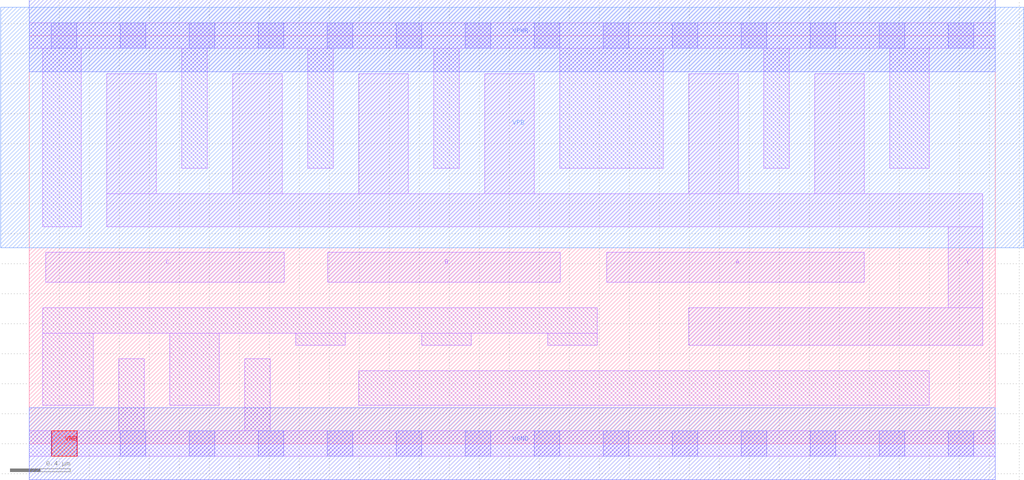
<source format=lef>
# Copyright 2020 The SkyWater PDK Authors
#
# Licensed under the Apache License, Version 2.0 (the "License");
# you may not use this file except in compliance with the License.
# You may obtain a copy of the License at
#
#     https://www.apache.org/licenses/LICENSE-2.0
#
# Unless required by applicable law or agreed to in writing, software
# distributed under the License is distributed on an "AS IS" BASIS,
# WITHOUT WARRANTIES OR CONDITIONS OF ANY KIND, either express or implied.
# See the License for the specific language governing permissions and
# limitations under the License.
#
# SPDX-License-Identifier: Apache-2.0

VERSION 5.7 ;
  NOWIREEXTENSIONATPIN ON ;
  DIVIDERCHAR "/" ;
  BUSBITCHARS "[]" ;
MACRO sky130_fd_sc_hd__nand3_4
  CLASS CORE ;
  FOREIGN sky130_fd_sc_hd__nand3_4 ;
  ORIGIN  0.000000  0.000000 ;
  SIZE  6.440000 BY  2.720000 ;
  SYMMETRY X Y R90 ;
  SITE unithd ;
  PIN A
    ANTENNAGATEAREA  0.990000 ;
    DIRECTION INPUT ;
    USE SIGNAL ;
    PORT
      LAYER li1 ;
        RECT 3.850000 1.075000 5.565000 1.275000 ;
    END
  END A
  PIN B
    ANTENNAGATEAREA  0.990000 ;
    DIRECTION INPUT ;
    USE SIGNAL ;
    PORT
      LAYER li1 ;
        RECT 1.990000 1.075000 3.540000 1.275000 ;
    END
  END B
  PIN C
    ANTENNAGATEAREA  0.990000 ;
    DIRECTION INPUT ;
    USE SIGNAL ;
    PORT
      LAYER li1 ;
        RECT 0.110000 1.075000 1.700000 1.275000 ;
    END
  END C
  PIN VNB
    PORT
      LAYER pwell ;
        RECT 0.150000 -0.085000 0.320000 0.085000 ;
    END
  END VNB
  PIN VPB
    PORT
      LAYER nwell ;
        RECT -0.190000 1.305000 6.630000 2.910000 ;
    END
  END VPB
  PIN Y
    ANTENNADIFFAREA  1.971000 ;
    DIRECTION OUTPUT ;
    USE SIGNAL ;
    PORT
      LAYER li1 ;
        RECT 0.515000 1.445000 6.355000 1.665000 ;
        RECT 0.515000 1.665000 0.845000 2.465000 ;
        RECT 1.355000 1.665000 1.685000 2.465000 ;
        RECT 2.195000 1.665000 2.525000 2.465000 ;
        RECT 3.035000 1.665000 3.365000 2.465000 ;
        RECT 4.395000 0.655000 6.355000 0.905000 ;
        RECT 4.395000 1.665000 4.725000 2.465000 ;
        RECT 5.235000 1.665000 5.565000 2.465000 ;
        RECT 6.125000 0.905000 6.355000 1.445000 ;
    END
  END Y
  PIN VGND
    DIRECTION INOUT ;
    SHAPE ABUTMENT ;
    USE GROUND ;
    PORT
      LAYER met1 ;
        RECT 0.000000 -0.240000 6.440000 0.240000 ;
    END
  END VGND
  PIN VPWR
    DIRECTION INOUT ;
    SHAPE ABUTMENT ;
    USE POWER ;
    PORT
      LAYER met1 ;
        RECT 0.000000 2.480000 6.440000 2.960000 ;
    END
  END VPWR
  OBS
    LAYER li1 ;
      RECT 0.000000 -0.085000 6.440000 0.085000 ;
      RECT 0.000000  2.635000 6.440000 2.805000 ;
      RECT 0.090000  0.255000 0.425000 0.735000 ;
      RECT 0.090000  0.735000 3.785000 0.905000 ;
      RECT 0.090000  1.445000 0.345000 2.635000 ;
      RECT 0.595000  0.085000 0.765000 0.565000 ;
      RECT 0.935000  0.255000 1.265000 0.735000 ;
      RECT 1.015000  1.835000 1.185000 2.635000 ;
      RECT 1.435000  0.085000 1.605000 0.565000 ;
      RECT 1.775000  0.655000 2.105000 0.735000 ;
      RECT 1.855000  1.835000 2.025000 2.635000 ;
      RECT 2.195000  0.255000 6.000000 0.485000 ;
      RECT 2.615000  0.655000 2.945000 0.735000 ;
      RECT 2.695000  1.835000 2.865000 2.635000 ;
      RECT 3.455000  0.655000 3.785000 0.735000 ;
      RECT 3.535000  1.835000 4.225000 2.635000 ;
      RECT 4.895000  1.835000 5.065000 2.635000 ;
      RECT 5.735000  1.835000 6.000000 2.635000 ;
    LAYER mcon ;
      RECT 0.145000 -0.085000 0.315000 0.085000 ;
      RECT 0.145000  2.635000 0.315000 2.805000 ;
      RECT 0.605000 -0.085000 0.775000 0.085000 ;
      RECT 0.605000  2.635000 0.775000 2.805000 ;
      RECT 1.065000 -0.085000 1.235000 0.085000 ;
      RECT 1.065000  2.635000 1.235000 2.805000 ;
      RECT 1.525000 -0.085000 1.695000 0.085000 ;
      RECT 1.525000  2.635000 1.695000 2.805000 ;
      RECT 1.985000 -0.085000 2.155000 0.085000 ;
      RECT 1.985000  2.635000 2.155000 2.805000 ;
      RECT 2.445000 -0.085000 2.615000 0.085000 ;
      RECT 2.445000  2.635000 2.615000 2.805000 ;
      RECT 2.905000 -0.085000 3.075000 0.085000 ;
      RECT 2.905000  2.635000 3.075000 2.805000 ;
      RECT 3.365000 -0.085000 3.535000 0.085000 ;
      RECT 3.365000  2.635000 3.535000 2.805000 ;
      RECT 3.825000 -0.085000 3.995000 0.085000 ;
      RECT 3.825000  2.635000 3.995000 2.805000 ;
      RECT 4.285000 -0.085000 4.455000 0.085000 ;
      RECT 4.285000  2.635000 4.455000 2.805000 ;
      RECT 4.745000 -0.085000 4.915000 0.085000 ;
      RECT 4.745000  2.635000 4.915000 2.805000 ;
      RECT 5.205000 -0.085000 5.375000 0.085000 ;
      RECT 5.205000  2.635000 5.375000 2.805000 ;
      RECT 5.665000 -0.085000 5.835000 0.085000 ;
      RECT 5.665000  2.635000 5.835000 2.805000 ;
      RECT 6.125000 -0.085000 6.295000 0.085000 ;
      RECT 6.125000  2.635000 6.295000 2.805000 ;
  END
END sky130_fd_sc_hd__nand3_4
END LIBRARY

</source>
